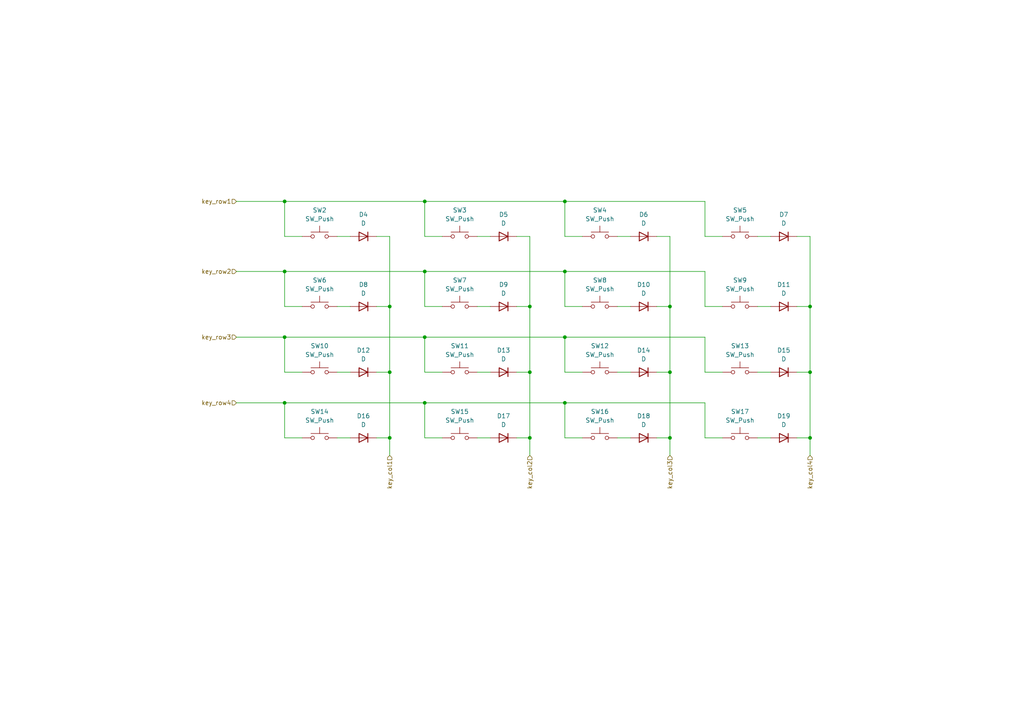
<source format=kicad_sch>
(kicad_sch (version 20230121) (generator eeschema)
  (paper "A4")
  (lib_symbols
    (symbol "Device:D" (pin_numbers hide) (pin_names (offset 1.016) hide)
      (property "Reference" "D" (at 0 2.54 0))
      (property "Value" "D" (at 0 -2.54 0))
      (symbol "D_0_1"
        (polyline (pts (xy -1.27 1.27) (xy -1.27 -1.27)) (stroke (width 0.254)))
        (polyline (pts (xy 1.27 0) (xy -1.27 0)))
        (polyline (pts (xy 1.27 1.27) (xy 1.27 -1.27) (xy -1.27 0) (xy 1.27 1.27)) (stroke (width 0.254)))
      )
      (symbol "D_1_1"
        (pin passive line (at -3.81 0 0) (length 2.54) (name "K") (number "1"))
        (pin passive line (at 3.81 0 180) (length 2.54) (name "A") (number "2"))
      )
    )
    (symbol "Switch:SW_Push" (pin_numbers hide) (pin_names (offset 1.016) hide)
      (property "Reference" "SW" (at 1.27 2.54 0))
      (property "Value" "SW_Push" (at 0 -1.524 0))
      (symbol "SW_Push_0_1"
        (circle (center -2.032 0) (radius 0.508))
        (polyline (pts (xy 0 1.27) (xy 0 3.048)))
        (polyline (pts (xy 2.54 1.27) (xy -2.54 1.27)))
        (circle (center 2.032 0) (radius 0.508))
        (pin passive line (at -5.08 0 0) (length 2.54) (name "1") (number "1"))
        (pin passive line (at 5.08 0 180) (length 2.54) (name "2") (number "2"))
      )
    )
  )
  (junction (at 82.55 58.42))
  (junction (at 82.55 78.74))
  (junction (at 163.83 116.84))
  (junction (at 163.83 58.42))
  (junction (at 123.19 78.74))
  (junction (at 123.19 116.84))
  (junction (at 123.19 58.42))
  (junction (at 82.55 116.84))
  (junction (at 194.31 107.95))
  (junction (at 163.83 78.74))
  (junction (at 153.67 88.9))
  (junction (at 234.95 127))
  (junction (at 234.95 88.9))
  (junction (at 163.83 97.79))
  (junction (at 113.03 107.95))
  (junction (at 194.31 88.9))
  (junction (at 234.95 107.95))
  (junction (at 113.03 88.9))
  (junction (at 194.31 127))
  (junction (at 82.55 97.79))
  (junction (at 123.19 97.79))
  (junction (at 153.67 107.95))
  (junction (at 153.67 127))
  (junction (at 113.03 127))
  (wire (pts (xy 190.5 127) (xy 194.31 127)))
  (wire (pts (xy 97.79 68.58) (xy 101.6 68.58)))
  (wire (pts (xy 87.63 68.58) (xy 82.55 68.58)))
  (wire (pts (xy 123.19 116.84) (xy 163.83 116.84)))
  (wire (pts (xy 163.83 97.79) (xy 204.47 97.79)))
  (wire (pts (xy 234.95 88.9) (xy 234.95 107.95)))
  (wire (pts (xy 204.47 58.42) (xy 204.47 68.58)))
  (wire (pts (xy 194.31 127) (xy 194.31 132.08)))
  (wire (pts (xy 123.19 78.74) (xy 163.83 78.74)))
  (wire (pts (xy 109.22 127) (xy 113.03 127)))
  (wire (pts (xy 128.27 107.95) (xy 123.19 107.95)))
  (wire (pts (xy 209.55 127) (xy 204.47 127)))
  (wire (pts (xy 153.67 107.95) (xy 153.67 127)))
  (wire (pts (xy 190.5 107.95) (xy 194.31 107.95)))
  (wire (pts (xy 190.5 68.58) (xy 194.31 68.58)))
  (wire (pts (xy 123.19 58.42) (xy 163.83 58.42)))
  (wire (pts (xy 82.55 58.42) (xy 123.19 58.42)))
  (wire (pts (xy 231.14 68.58) (xy 234.95 68.58)))
  (wire (pts (xy 97.79 107.95) (xy 101.6 107.95)))
  (wire (pts (xy 204.47 97.79) (xy 204.47 107.95)))
  (wire (pts (xy 209.55 88.9) (xy 204.47 88.9)))
  (wire (pts (xy 219.71 88.9) (xy 223.52 88.9)))
  (wire (pts (xy 163.83 58.42) (xy 204.47 58.42)))
  (wire (pts (xy 179.07 127) (xy 182.88 127)))
  (wire (pts (xy 219.71 68.58) (xy 223.52 68.58)))
  (wire (pts (xy 179.07 88.9) (xy 182.88 88.9)))
  (wire (pts (xy 113.03 68.58) (xy 113.03 88.9)))
  (wire (pts (xy 82.55 97.79) (xy 123.19 97.79)))
  (wire (pts (xy 128.27 88.9) (xy 123.19 88.9)))
  (wire (pts (xy 97.79 88.9) (xy 101.6 88.9)))
  (wire (pts (xy 82.55 58.42) (xy 82.55 68.58)))
  (wire (pts (xy 190.5 88.9) (xy 194.31 88.9)))
  (wire (pts (xy 194.31 107.95) (xy 194.31 127)))
  (wire (pts (xy 153.67 68.58) (xy 153.67 88.9)))
  (wire (pts (xy 68.58 78.74) (xy 82.55 78.74)))
  (wire (pts (xy 128.27 68.58) (xy 123.19 68.58)))
  (wire (pts (xy 231.14 88.9) (xy 234.95 88.9)))
  (wire (pts (xy 123.19 58.42) (xy 123.19 68.58)))
  (wire (pts (xy 113.03 127) (xy 113.03 132.08)))
  (wire (pts (xy 163.83 116.84) (xy 163.83 127)))
  (wire (pts (xy 87.63 88.9) (xy 82.55 88.9)))
  (wire (pts (xy 179.07 68.58) (xy 182.88 68.58)))
  (wire (pts (xy 168.91 127) (xy 163.83 127)))
  (wire (pts (xy 87.63 127) (xy 82.55 127)))
  (wire (pts (xy 68.58 58.42) (xy 82.55 58.42)))
  (wire (pts (xy 219.71 107.95) (xy 223.52 107.95)))
  (wire (pts (xy 163.83 116.84) (xy 204.47 116.84)))
  (wire (pts (xy 149.86 127) (xy 153.67 127)))
  (wire (pts (xy 138.43 107.95) (xy 142.24 107.95)))
  (wire (pts (xy 231.14 127) (xy 234.95 127)))
  (wire (pts (xy 97.79 127) (xy 101.6 127)))
  (wire (pts (xy 109.22 68.58) (xy 113.03 68.58)))
  (wire (pts (xy 194.31 68.58) (xy 194.31 88.9)))
  (wire (pts (xy 123.19 78.74) (xy 123.19 88.9)))
  (wire (pts (xy 234.95 68.58) (xy 234.95 88.9)))
  (wire (pts (xy 204.47 78.74) (xy 204.47 88.9)))
  (wire (pts (xy 209.55 107.95) (xy 204.47 107.95)))
  (wire (pts (xy 149.86 88.9) (xy 153.67 88.9)))
  (wire (pts (xy 153.67 127) (xy 153.67 132.08)))
  (wire (pts (xy 234.95 127) (xy 234.95 107.95)))
  (wire (pts (xy 149.86 107.95) (xy 153.67 107.95)))
  (wire (pts (xy 123.19 116.84) (xy 123.19 127)))
  (wire (pts (xy 68.58 116.84) (xy 82.55 116.84)))
  (wire (pts (xy 82.55 78.74) (xy 82.55 88.9)))
  (wire (pts (xy 204.47 116.84) (xy 204.47 127)))
  (wire (pts (xy 128.27 127) (xy 123.19 127)))
  (wire (pts (xy 109.22 107.95) (xy 113.03 107.95)))
  (wire (pts (xy 194.31 88.9) (xy 194.31 107.95)))
  (wire (pts (xy 168.91 68.58) (xy 163.83 68.58)))
  (wire (pts (xy 163.83 58.42) (xy 163.83 68.58)))
  (wire (pts (xy 113.03 88.9) (xy 113.03 107.95)))
  (wire (pts (xy 234.95 127) (xy 234.95 132.08)))
  (wire (pts (xy 168.91 107.95) (xy 163.83 107.95)))
  (wire (pts (xy 123.19 97.79) (xy 163.83 97.79)))
  (wire (pts (xy 149.86 68.58) (xy 153.67 68.58)))
  (wire (pts (xy 82.55 116.84) (xy 123.19 116.84)))
  (wire (pts (xy 179.07 107.95) (xy 182.88 107.95)))
  (wire (pts (xy 209.55 68.58) (xy 204.47 68.58)))
  (wire (pts (xy 138.43 68.58) (xy 142.24 68.58)))
  (wire (pts (xy 163.83 97.79) (xy 163.83 107.95)))
  (wire (pts (xy 82.55 78.74) (xy 123.19 78.74)))
  (wire (pts (xy 82.55 97.79) (xy 82.55 107.95)))
  (wire (pts (xy 123.19 97.79) (xy 123.19 107.95)))
  (wire (pts (xy 168.91 88.9) (xy 163.83 88.9)))
  (wire (pts (xy 153.67 88.9) (xy 153.67 107.95)))
  (wire (pts (xy 109.22 88.9) (xy 113.03 88.9)))
  (wire (pts (xy 68.58 97.79) (xy 82.55 97.79)))
  (wire (pts (xy 138.43 88.9) (xy 142.24 88.9)))
  (wire (pts (xy 163.83 78.74) (xy 163.83 88.9)))
  (wire (pts (xy 82.55 116.84) (xy 82.55 127)))
  (wire (pts (xy 219.71 127) (xy 223.52 127)))
  (wire (pts (xy 113.03 107.95) (xy 113.03 127)))
  (wire (pts (xy 87.63 107.95) (xy 82.55 107.95)))
  (wire (pts (xy 231.14 107.95) (xy 234.95 107.95)))
  (wire (pts (xy 163.83 78.74) (xy 204.47 78.74)))
  (wire (pts (xy 138.43 127) (xy 142.24 127)))
  (hierarchical_label "key_row1" (shape input) (at 68.58 58.42 180))
  (hierarchical_label "key_col4" (shape input) (at 234.95 132.08 270))
  (hierarchical_label "key_row4" (shape input) (at 68.58 116.84 180))
  (hierarchical_label "key_col3" (shape input) (at 194.31 132.08 270))
  (hierarchical_label "key_col1" (shape input) (at 113.03 132.08 270))
  (hierarchical_label "key_row3" (shape input) (at 68.58 97.79 180))
  (hierarchical_label "key_col2" (shape input) (at 153.67 132.08 270))
  (hierarchical_label "key_row2" (shape input) (at 68.58 78.74 180))
  (symbol (lib_id "Switch:SW_Push") (at 173.99 88.9 0) (unit 1)
    (property "Reference" "SW8" (at 173.99 81.28 0))
    (property "Value" "SW_Push" (at 173.99 83.82 0))
    (property "Footprint" "Button_Switch_Keyboard:SW_Cherry_MX_1.00u_PCB" (effects hide))
  )
  (symbol (lib_id "Device:D") (at 105.41 68.58 180) (unit 1)
    (property "Reference" "D4" (at 105.41 62.23 0))
    (property "Value" "D" (at 105.41 64.77 0))
    (property "Footprint" "Diode_SMD:D_SOD-123" (effects hide))
    (property "Sim.Device" "D" (effects hide))
    (property "Sim.Pins" "1=K 2=A" (effects hide))
    (property "LCSC" "C81598" (effects hide))
    (property "BASIC/EXT" "BASIC" (effects hide))
    (property "web" "https://jlcpcb.com/partdetail/st_semtech-1N4148W/C81598" (effects hide))
  )
  (symbol (lib_id "Switch:SW_Push") (at 133.35 68.58 0) (unit 1)
    (property "Reference" "SW3" (at 133.35 60.96 0))
    (property "Value" "SW_Push" (at 133.35 63.5 0))
    (property "Footprint" "Button_Switch_Keyboard:SW_Cherry_MX_1.00u_PCB" (effects hide))
  )
  (symbol (lib_id "Switch:SW_Push") (at 173.99 68.58 0) (unit 1)
    (property "Reference" "SW4" (at 173.99 60.96 0))
    (property "Value" "SW_Push" (at 173.99 63.5 0))
    (property "Footprint" "Button_Switch_Keyboard:SW_Cherry_MX_1.00u_PCB" (effects hide))
  )
  (symbol (lib_id "Device:D") (at 186.69 127 180) (unit 1)
    (property "Reference" "D18" (at 186.69 120.65 0))
    (property "Value" "D" (at 186.69 123.19 0))
    (property "Footprint" "Diode_SMD:D_SOD-123" (effects hide))
    (property "Sim.Device" "D" (effects hide))
    (property "Sim.Pins" "1=K 2=A" (effects hide))
    (property "LCSC" "C81598" (effects hide))
    (property "BASIC/EXT" "BASIC" (effects hide))
    (property "web" "https://jlcpcb.com/partdetail/st_semtech-1N4148W/C81598" (effects hide))
  )
  (symbol (lib_id "Switch:SW_Push") (at 214.63 107.95 0) (unit 1)
    (property "Reference" "SW13" (at 214.63 100.33 0))
    (property "Value" "SW_Push" (at 214.63 102.87 0))
    (property "Footprint" "Button_Switch_Keyboard:SW_Cherry_MX_1.00u_PCB" (effects hide))
  )
  (symbol (lib_id "Device:D") (at 146.05 127 180) (unit 1)
    (property "Reference" "D17" (at 146.05 120.65 0))
    (property "Value" "D" (at 146.05 123.19 0))
    (property "Footprint" "Diode_SMD:D_SOD-123" (effects hide))
    (property "Sim.Device" "D" (effects hide))
    (property "Sim.Pins" "1=K 2=A" (effects hide))
    (property "LCSC" "C81598" (effects hide))
    (property "BASIC/EXT" "BASIC" (effects hide))
    (property "web" "https://jlcpcb.com/partdetail/st_semtech-1N4148W/C81598" (effects hide))
  )
  (symbol (lib_id "Device:D") (at 186.69 68.58 180) (unit 1)
    (property "Reference" "D6" (at 186.69 62.23 0))
    (property "Value" "D" (at 186.69 64.77 0))
    (property "Footprint" "Diode_SMD:D_SOD-123" (effects hide))
    (property "Sim.Device" "D" (effects hide))
    (property "Sim.Pins" "1=K 2=A" (effects hide))
    (property "LCSC" "C81598" (effects hide))
    (property "BASIC/EXT" "BASIC" (effects hide))
    (property "web" "https://jlcpcb.com/partdetail/st_semtech-1N4148W/C81598" (effects hide))
  )
  (symbol (lib_id "Device:D") (at 146.05 88.9 180) (unit 1)
    (property "Reference" "D9" (at 146.05 82.55 0))
    (property "Value" "D" (at 146.05 85.09 0))
    (property "Footprint" "Diode_SMD:D_SOD-123" (effects hide))
    (property "Sim.Device" "D" (effects hide))
    (property "Sim.Pins" "1=K 2=A" (effects hide))
    (property "LCSC" "C81598" (effects hide))
    (property "BASIC/EXT" "BASIC" (effects hide))
    (property "web" "https://jlcpcb.com/partdetail/st_semtech-1N4148W/C81598" (effects hide))
  )
  (symbol (lib_id "Switch:SW_Push") (at 214.63 68.58 0) (unit 1)
    (property "Reference" "SW5" (at 214.63 60.96 0))
    (property "Value" "SW_Push" (at 214.63 63.5 0))
    (property "Footprint" "Button_Switch_Keyboard:SW_Cherry_MX_1.00u_PCB" (effects hide))
  )
  (symbol (lib_id "Device:D") (at 227.33 88.9 180) (unit 1)
    (property "Reference" "D11" (at 227.33 82.55 0))
    (property "Value" "D" (at 227.33 85.09 0))
    (property "Footprint" "Diode_SMD:D_SOD-123" (effects hide))
    (property "Sim.Device" "D" (effects hide))
    (property "Sim.Pins" "1=K 2=A" (effects hide))
    (property "LCSC" "C81598" (effects hide))
    (property "BASIC/EXT" "BASIC" (effects hide))
    (property "web" "https://jlcpcb.com/partdetail/st_semtech-1N4148W/C81598" (effects hide))
  )
  (symbol (lib_id "Switch:SW_Push") (at 173.99 107.95 0) (unit 1)
    (property "Reference" "SW12" (at 173.99 100.33 0))
    (property "Value" "SW_Push" (at 173.99 102.87 0))
    (property "Footprint" "Button_Switch_Keyboard:SW_Cherry_MX_1.00u_PCB" (effects hide))
  )
  (symbol (lib_id "Device:D") (at 105.41 107.95 180) (unit 1)
    (property "Reference" "D12" (at 105.41 101.6 0))
    (property "Value" "D" (at 105.41 104.14 0))
    (property "Footprint" "Diode_SMD:D_SOD-123" (effects hide))
    (property "Sim.Device" "D" (effects hide))
    (property "Sim.Pins" "1=K 2=A" (effects hide))
    (property "LCSC" "C81598" (effects hide))
    (property "BASIC/EXT" "BASIC" (effects hide))
    (property "web" "https://jlcpcb.com/partdetail/st_semtech-1N4148W/C81598" (effects hide))
  )
  (symbol (lib_id "Switch:SW_Push") (at 92.71 88.9 0) (unit 1)
    (property "Reference" "SW6" (at 92.71 81.28 0))
    (property "Value" "SW_Push" (at 92.71 83.82 0))
    (property "Footprint" "Button_Switch_Keyboard:SW_Cherry_MX_1.00u_PCB" (effects hide))
  )
  (symbol (lib_id "Device:D") (at 227.33 127 180) (unit 1)
    (property "Reference" "D19" (at 227.33 120.65 0))
    (property "Value" "D" (at 227.33 123.19 0))
    (property "Footprint" "Diode_SMD:D_SOD-123" (effects hide))
    (property "Sim.Device" "D" (effects hide))
    (property "Sim.Pins" "1=K 2=A" (effects hide))
    (property "LCSC" "C81598" (effects hide))
    (property "BASIC/EXT" "BASIC" (effects hide))
    (property "web" "https://jlcpcb.com/partdetail/st_semtech-1N4148W/C81598" (effects hide))
  )
  (symbol (lib_id "Switch:SW_Push") (at 133.35 88.9 0) (unit 1)
    (property "Reference" "SW7" (at 133.35 81.28 0))
    (property "Value" "SW_Push" (at 133.35 83.82 0))
    (property "Footprint" "Button_Switch_Keyboard:SW_Cherry_MX_1.00u_PCB" (effects hide))
  )
  (symbol (lib_id "Device:D") (at 186.69 107.95 180) (unit 1)
    (property "Reference" "D14" (at 186.69 101.6 0))
    (property "Value" "D" (at 186.69 104.14 0))
    (property "Footprint" "Diode_SMD:D_SOD-123" (effects hide))
    (property "Sim.Device" "D" (effects hide))
    (property "Sim.Pins" "1=K 2=A" (effects hide))
    (property "LCSC" "C81598" (effects hide))
    (property "BASIC/EXT" "BASIC" (effects hide))
    (property "web" "https://jlcpcb.com/partdetail/st_semtech-1N4148W/C81598" (effects hide))
  )
  (symbol (lib_id "Switch:SW_Push") (at 214.63 127 0) (unit 1)
    (property "Reference" "SW17" (at 214.63 119.38 0))
    (property "Value" "SW_Push" (at 214.63 121.92 0))
    (property "Footprint" "Button_Switch_Keyboard:SW_Cherry_MX_1.00u_PCB" (effects hide))
  )
  (symbol (lib_id "Switch:SW_Push") (at 173.99 127 0) (unit 1)
    (property "Reference" "SW16" (at 173.99 119.38 0))
    (property "Value" "SW_Push" (at 173.99 121.92 0))
    (property "Footprint" "Button_Switch_Keyboard:SW_Cherry_MX_1.00u_PCB" (effects hide))
  )
  (symbol (lib_id "Switch:SW_Push") (at 92.71 68.58 0) (unit 1)
    (property "Reference" "SW2" (at 92.71 60.96 0))
    (property "Value" "SW_Push" (at 92.71 63.5 0))
    (property "Footprint" "Button_Switch_Keyboard:SW_Cherry_MX_1.00u_PCB" (effects hide))
  )
  (symbol (lib_id "Device:D") (at 186.69 88.9 180) (unit 1)
    (property "Reference" "D10" (at 186.69 82.55 0))
    (property "Value" "D" (at 186.69 85.09 0))
    (property "Footprint" "Diode_SMD:D_SOD-123" (effects hide))
    (property "Sim.Device" "D" (effects hide))
    (property "Sim.Pins" "1=K 2=A" (effects hide))
    (property "LCSC" "C81598" (effects hide))
    (property "BASIC/EXT" "BASIC" (effects hide))
    (property "web" "https://jlcpcb.com/partdetail/st_semtech-1N4148W/C81598" (effects hide))
  )
  (symbol (lib_id "Device:D") (at 227.33 68.58 180) (unit 1)
    (property "Reference" "D7" (at 227.33 62.23 0))
    (property "Value" "D" (at 227.33 64.77 0))
    (property "Footprint" "Diode_SMD:D_SOD-123" (effects hide))
    (property "Sim.Device" "D" (effects hide))
    (property "Sim.Pins" "1=K 2=A" (effects hide))
    (property "LCSC" "C81598" (effects hide))
    (property "BASIC/EXT" "BASIC" (effects hide))
    (property "web" "https://jlcpcb.com/partdetail/st_semtech-1N4148W/C81598" (effects hide))
  )
  (symbol (lib_id "Device:D") (at 105.41 88.9 180) (unit 1)
    (property "Reference" "D8" (at 105.41 82.55 0))
    (property "Value" "D" (at 105.41 85.09 0))
    (property "Footprint" "Diode_SMD:D_SOD-123" (effects hide))
    (property "Sim.Device" "D" (effects hide))
    (property "Sim.Pins" "1=K 2=A" (effects hide))
    (property "LCSC" "C81598" (effects hide))
    (property "BASIC/EXT" "BASIC" (effects hide))
    (property "web" "https://jlcpcb.com/partdetail/st_semtech-1N4148W/C81598" (effects hide))
  )
  (symbol (lib_id "Device:D") (at 105.41 127 180) (unit 1)
    (property "Reference" "D16" (at 105.41 120.65 0))
    (property "Value" "D" (at 105.41 123.19 0))
    (property "Footprint" "Diode_SMD:D_SOD-123" (effects hide))
    (property "Sim.Device" "D" (effects hide))
    (property "Sim.Pins" "1=K 2=A" (effects hide))
    (property "LCSC" "C81598" (effects hide))
    (property "BASIC/EXT" "BASIC" (effects hide))
    (property "web" "https://jlcpcb.com/partdetail/st_semtech-1N4148W/C81598" (effects hide))
  )
  (symbol (lib_id "Device:D") (at 227.33 107.95 180) (unit 1)
    (property "Reference" "D15" (at 227.33 101.6 0))
    (property "Value" "D" (at 227.33 104.14 0))
    (property "Footprint" "Diode_SMD:D_SOD-123" (effects hide))
    (property "Sim.Device" "D" (effects hide))
    (property "Sim.Pins" "1=K 2=A" (effects hide))
    (property "LCSC" "C81598" (effects hide))
    (property "BASIC/EXT" "BASIC" (effects hide))
    (property "web" "https://jlcpcb.com/partdetail/st_semtech-1N4148W/C81598" (effects hide))
  )
  (symbol (lib_id "Device:D") (at 146.05 68.58 180) (unit 1)
    (property "Reference" "D5" (at 146.05 62.23 0))
    (property "Value" "D" (at 146.05 64.77 0))
    (property "Footprint" "Diode_SMD:D_SOD-123" (effects hide))
    (property "Sim.Device" "D" (effects hide))
    (property "Sim.Pins" "1=K 2=A" (effects hide))
    (property "LCSC" "C81598" (effects hide))
    (property "BASIC/EXT" "BASIC" (effects hide))
    (property "web" "https://jlcpcb.com/partdetail/st_semtech-1N4148W/C81598" (effects hide))
  )
  (symbol (lib_id "Switch:SW_Push") (at 133.35 127 0) (unit 1)
    (property "Reference" "SW15" (at 133.35 119.38 0))
    (property "Value" "SW_Push" (at 133.35 121.92 0))
    (property "Footprint" "Button_Switch_Keyboard:SW_Cherry_MX_1.00u_PCB" (effects hide))
  )
  (symbol (lib_id "Device:D") (at 146.05 107.95 180) (unit 1)
    (property "Reference" "D13" (at 146.05 101.6 0))
    (property "Value" "D" (at 146.05 104.14 0))
    (property "Footprint" "Diode_SMD:D_SOD-123" (effects hide))
    (property "Sim.Device" "D" (effects hide))
    (property "Sim.Pins" "1=K 2=A" (effects hide))
    (property "LCSC" "C81598" (effects hide))
    (property "BASIC/EXT" "BASIC" (effects hide))
    (property "web" "https://jlcpcb.com/partdetail/st_semtech-1N4148W/C81598" (effects hide))
  )
  (symbol (lib_id "Switch:SW_Push") (at 214.63 88.9 0) (unit 1)
    (property "Reference" "SW9" (at 214.63 81.28 0))
    (property "Value" "SW_Push" (at 214.63 83.82 0))
    (property "Footprint" "Button_Switch_Keyboard:SW_Cherry_MX_1.00u_PCB" (effects hide))
  )
  (symbol (lib_id "Switch:SW_Push") (at 92.71 107.95 0) (unit 1)
    (property "Reference" "SW10" (at 92.71 100.33 0))
    (property "Value" "SW_Push" (at 92.71 102.87 0))
    (property "Footprint" "Button_Switch_Keyboard:SW_Cherry_MX_1.00u_PCB" (effects hide))
  )
  (symbol (lib_id "Switch:SW_Push") (at 133.35 107.95 0) (unit 1)
    (property "Reference" "SW11" (at 133.35 100.33 0))
    (property "Value" "SW_Push" (at 133.35 102.87 0))
    (property "Footprint" "Button_Switch_Keyboard:SW_Cherry_MX_1.00u_PCB" (effects hide))
  )
  (symbol (lib_id "Switch:SW_Push") (at 92.71 127 0) (unit 1)
    (property "Reference" "SW14" (at 92.71 119.38 0))
    (property "Value" "SW_Push" (at 92.71 121.92 0))
    (property "Footprint" "Button_Switch_Keyboard:SW_Cherry_MX_1.00u_PCB" (effects hide))
  )
)
</source>
